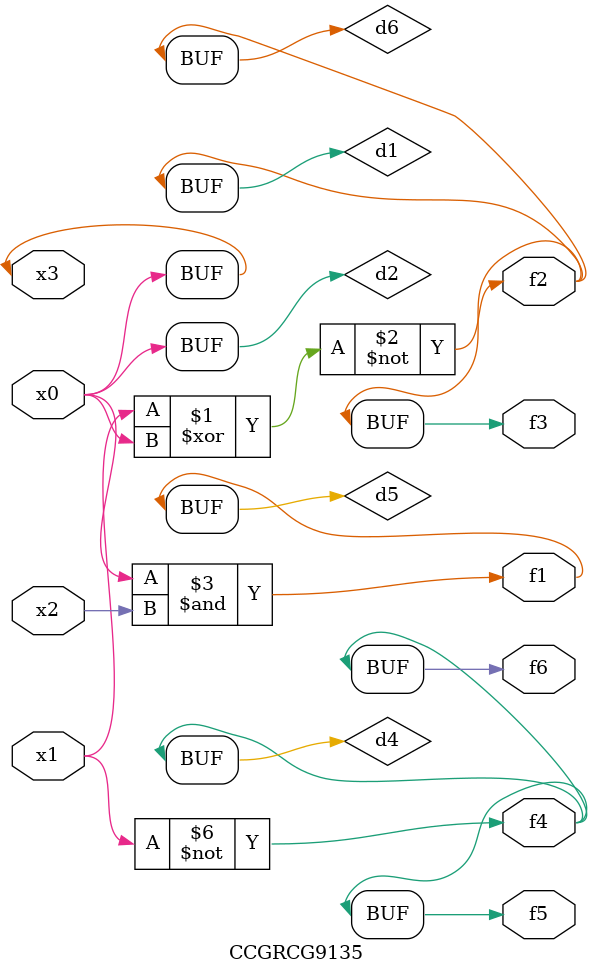
<source format=v>
module CCGRCG9135(
	input x0, x1, x2, x3,
	output f1, f2, f3, f4, f5, f6
);

	wire d1, d2, d3, d4, d5, d6;

	xnor (d1, x1, x3);
	buf (d2, x0, x3);
	nand (d3, x0, x2);
	not (d4, x1);
	nand (d5, d3);
	or (d6, d1);
	assign f1 = d5;
	assign f2 = d6;
	assign f3 = d6;
	assign f4 = d4;
	assign f5 = d4;
	assign f6 = d4;
endmodule

</source>
